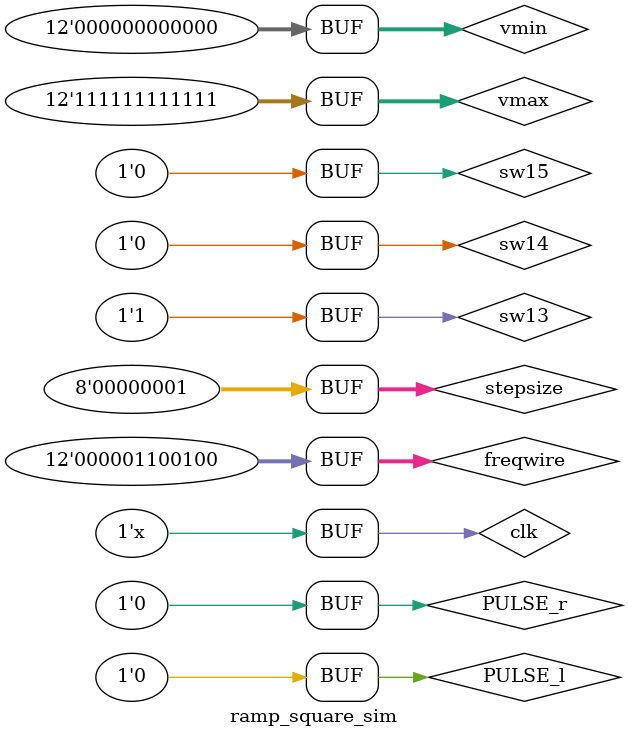
<source format=v>
`timescale 1ns / 1ps


module ramp_square_sim(

    );
    reg clk;
    reg sw13,sw14,sw15;
	wire SAMP_CLOCK; //1.5kHz
    wire SLOWER_CLOCK; // 
    wire rampclock;
    wire [11:0]freqwire;
	reg PULSE_r = 0;
	reg PULSE_l = 0;
	reg [7:0]stepsize = 10;
	reg [11:0]vmax = 12'hFFF;
	reg [11:0]vmin = 12'h000;
	wire [11:0]outputwave ;
	assign freqwire = 100;
    clock_divider_slower cds1 (clk,SLOWER_CLOCK);
	clock_divider cd1 (clk,freqwire,SAMP_CLOCK);
	clock_divider ramp_square_clock_div1 (clk,freqwire*8,rampclock);
	gen_ramp_square_wave dut1 (rampclock,SAMP_CLOCK,vmax,vmin,outputwave);
	
	
	initial begin
		sw13 = 1; sw14 = 0; sw15 = 0;PULSE_l = 0; PULSE_r = 0; clk = 0; stepsize = 1;
		#5000000 ;
	end
	
	always #5 clk=~clk;
endmodule

</source>
